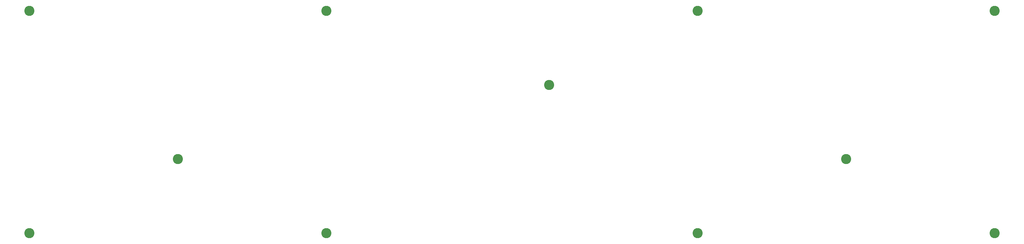
<source format=gts>
G04 #@! TF.GenerationSoftware,KiCad,Pcbnew,(5.1.6)-1*
G04 #@! TF.CreationDate,2020-07-06T08:42:54-04:00*
G04 #@! TF.ProjectId,ki75rt_PlateSwitch,6b693735-7274-45f5-906c-617465537769,rev?*
G04 #@! TF.SameCoordinates,Original*
G04 #@! TF.FileFunction,Soldermask,Top*
G04 #@! TF.FilePolarity,Negative*
%FSLAX46Y46*%
G04 Gerber Fmt 4.6, Leading zero omitted, Abs format (unit mm)*
G04 Created by KiCad (PCBNEW (5.1.6)-1) date 2020-07-06 08:42:54*
%MOMM*%
%LPD*%
G01*
G04 APERTURE LIST*
%ADD10C,2.600000*%
G04 APERTURE END LIST*
D10*
X295275000Y-104775000D03*
X47625000Y-104775000D03*
X219075000Y-104775000D03*
X123825000Y-104775000D03*
X295275000Y-47625000D03*
X219075000Y-47625000D03*
X257175000Y-85725000D03*
X123825000Y-47625000D03*
X85725000Y-85725000D03*
X180975000Y-66675000D03*
X47625000Y-47625000D03*
M02*

</source>
